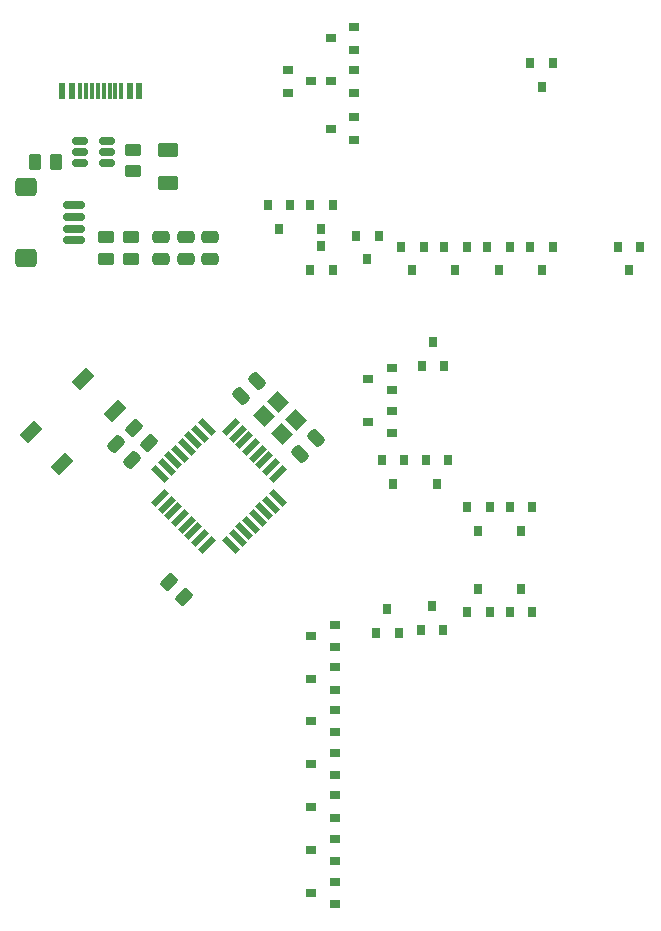
<source format=gbr>
G04 #@! TF.GenerationSoftware,KiCad,Pcbnew,(6.0.4)*
G04 #@! TF.CreationDate,2022-03-30T13:56:43+02:00*
G04 #@! TF.ProjectId,pcb,7063622e-6b69-4636-9164-5f7063625858,rev?*
G04 #@! TF.SameCoordinates,Original*
G04 #@! TF.FileFunction,Paste,Bot*
G04 #@! TF.FilePolarity,Positive*
%FSLAX46Y46*%
G04 Gerber Fmt 4.6, Leading zero omitted, Abs format (unit mm)*
G04 Created by KiCad (PCBNEW (6.0.4)) date 2022-03-30 13:56:43*
%MOMM*%
%LPD*%
G01*
G04 APERTURE LIST*
G04 Aperture macros list*
%AMRoundRect*
0 Rectangle with rounded corners*
0 $1 Rounding radius*
0 $2 $3 $4 $5 $6 $7 $8 $9 X,Y pos of 4 corners*
0 Add a 4 corners polygon primitive as box body*
4,1,4,$2,$3,$4,$5,$6,$7,$8,$9,$2,$3,0*
0 Add four circle primitives for the rounded corners*
1,1,$1+$1,$2,$3*
1,1,$1+$1,$4,$5*
1,1,$1+$1,$6,$7*
1,1,$1+$1,$8,$9*
0 Add four rect primitives between the rounded corners*
20,1,$1+$1,$2,$3,$4,$5,0*
20,1,$1+$1,$4,$5,$6,$7,0*
20,1,$1+$1,$6,$7,$8,$9,0*
20,1,$1+$1,$8,$9,$2,$3,0*%
%AMRotRect*
0 Rectangle, with rotation*
0 The origin of the aperture is its center*
0 $1 length*
0 $2 width*
0 $3 Rotation angle, in degrees counterclockwise*
0 Add horizontal line*
21,1,$1,$2,0,0,$3*%
G04 Aperture macros list end*
%ADD10R,0.800000X0.900000*%
%ADD11R,0.900000X0.800000*%
%ADD12RoundRect,0.250000X0.475000X-0.250000X0.475000X0.250000X-0.475000X0.250000X-0.475000X-0.250000X0*%
%ADD13RoundRect,0.250000X0.159099X-0.512652X0.512652X-0.159099X-0.159099X0.512652X-0.512652X0.159099X0*%
%ADD14RoundRect,0.250000X0.503814X0.132583X0.132583X0.503814X-0.503814X-0.132583X-0.132583X-0.503814X0*%
%ADD15RoundRect,0.250000X0.262500X0.450000X-0.262500X0.450000X-0.262500X-0.450000X0.262500X-0.450000X0*%
%ADD16RoundRect,0.250000X-0.450000X0.262500X-0.450000X-0.262500X0.450000X-0.262500X0.450000X0.262500X0*%
%ADD17RoundRect,0.250000X0.512652X0.159099X0.159099X0.512652X-0.512652X-0.159099X-0.159099X-0.512652X0*%
%ADD18RotRect,1.600000X0.550000X225.000000*%
%ADD19RotRect,1.600000X0.550000X135.000000*%
%ADD20RotRect,1.400000X1.200000X315.000000*%
%ADD21RoundRect,0.150000X0.775000X-0.150000X0.775000X0.150000X-0.775000X0.150000X-0.775000X-0.150000X0*%
%ADD22RoundRect,0.332800X0.567200X-0.467200X0.567200X0.467200X-0.567200X0.467200X-0.567200X-0.467200X0*%
%ADD23RoundRect,0.150000X0.512500X0.150000X-0.512500X0.150000X-0.512500X-0.150000X0.512500X-0.150000X0*%
%ADD24RoundRect,0.250000X-0.625000X0.375000X-0.625000X-0.375000X0.625000X-0.375000X0.625000X0.375000X0*%
%ADD25R,0.600000X1.450000*%
%ADD26R,0.300000X1.450000*%
%ADD27RotRect,1.700000X1.000000X225.000000*%
%ADD28RoundRect,0.250000X-0.159099X0.512652X-0.512652X0.159099X0.159099X-0.512652X0.512652X-0.159099X0*%
G04 APERTURE END LIST*
D10*
X47550000Y-52650000D03*
X45650000Y-52650000D03*
X46600000Y-50650000D03*
D11*
X38400000Y-55850000D03*
X38400000Y-57750000D03*
X36400000Y-56800000D03*
D10*
X43800000Y-52950000D03*
X41900000Y-52950000D03*
X42850000Y-50950000D03*
D12*
X23650000Y-21300000D03*
X23650000Y-19400000D03*
D10*
X51300000Y-20250000D03*
X53200000Y-20250000D03*
X52250000Y-22250000D03*
D13*
X30428249Y-32921751D03*
X31771751Y-31578249D03*
D10*
X36300000Y-16700000D03*
X38200000Y-16700000D03*
X37250000Y-18700000D03*
D14*
X22645235Y-36845235D03*
X21354765Y-35554765D03*
D10*
X32700000Y-16700000D03*
X34600000Y-16700000D03*
X33650000Y-18700000D03*
D11*
X40050000Y-9300000D03*
X40050000Y-11200000D03*
X38050000Y-10250000D03*
X38400000Y-52250000D03*
X38400000Y-54150000D03*
X36400000Y-53200000D03*
D10*
X46100000Y-38300000D03*
X48000000Y-38300000D03*
X47050000Y-40300000D03*
X53200000Y-42300000D03*
X55100000Y-42300000D03*
X54150000Y-44300000D03*
D15*
X14812500Y-13050000D03*
X12987500Y-13050000D03*
D16*
X19000000Y-19437500D03*
X19000000Y-21262500D03*
D11*
X40050000Y-5300000D03*
X40050000Y-7200000D03*
X38050000Y-6250000D03*
D17*
X21221751Y-38321751D03*
X19878249Y-36978249D03*
D18*
X29600305Y-35496147D03*
X30165990Y-36061833D03*
X30731676Y-36627518D03*
X31297361Y-37193203D03*
X31863047Y-37758889D03*
X32428732Y-38324574D03*
X32994417Y-38890260D03*
X33560103Y-39455945D03*
D19*
X33560103Y-41506555D03*
X32994417Y-42072240D03*
X32428732Y-42637926D03*
X31863047Y-43203611D03*
X31297361Y-43769297D03*
X30731676Y-44334982D03*
X30165990Y-44900667D03*
X29600305Y-45466353D03*
D18*
X27549695Y-45466353D03*
X26984010Y-44900667D03*
X26418324Y-44334982D03*
X25852639Y-43769297D03*
X25286953Y-43203611D03*
X24721268Y-42637926D03*
X24155583Y-42072240D03*
X23589897Y-41506555D03*
D19*
X23589897Y-39455945D03*
X24155583Y-38890260D03*
X24721268Y-38324574D03*
X25286953Y-37758889D03*
X25852639Y-37193203D03*
X26418324Y-36627518D03*
X26984010Y-36061833D03*
X27549695Y-35496147D03*
D20*
X33573223Y-33371142D03*
X35128858Y-34926777D03*
X33926777Y-36128858D03*
X32371142Y-34573223D03*
D12*
X27850000Y-21300000D03*
X27850000Y-19400000D03*
D21*
X16300000Y-19700000D03*
X16300000Y-18700000D03*
X16300000Y-17700000D03*
X16300000Y-16700000D03*
D22*
X12275000Y-21200000D03*
X12275000Y-15200000D03*
D14*
X25645235Y-49895235D03*
X24354765Y-48604765D03*
D10*
X47650000Y-20250000D03*
X49550000Y-20250000D03*
X48600000Y-22250000D03*
D11*
X43200000Y-34150000D03*
X43200000Y-36050000D03*
X41200000Y-35100000D03*
D10*
X51500000Y-51200000D03*
X49600000Y-51200000D03*
X50550000Y-49200000D03*
D11*
X38400000Y-70350000D03*
X38400000Y-72250000D03*
X36400000Y-71300000D03*
X43200000Y-30500000D03*
X43200000Y-32400000D03*
X41200000Y-31450000D03*
D12*
X25750000Y-21300000D03*
X25750000Y-19400000D03*
D10*
X54950000Y-4700000D03*
X56850000Y-4700000D03*
X55900000Y-6700000D03*
X38200000Y-22200000D03*
X36300000Y-22200000D03*
X37250000Y-20200000D03*
D16*
X21300000Y-12037500D03*
X21300000Y-13862500D03*
D23*
X19112980Y-11266500D03*
X19112980Y-12216500D03*
X19112980Y-13166500D03*
X16837980Y-13166500D03*
X16837980Y-12216500D03*
X16837980Y-11266500D03*
D16*
X21100000Y-19437500D03*
X21100000Y-21262500D03*
D24*
X24250000Y-12050000D03*
X24250000Y-14850000D03*
D10*
X49600000Y-42300000D03*
X51500000Y-42300000D03*
X50550000Y-44300000D03*
D11*
X38400000Y-66700000D03*
X38400000Y-68600000D03*
X36400000Y-67650000D03*
X38400000Y-74000000D03*
X38400000Y-75900000D03*
X36400000Y-74950000D03*
D10*
X44000000Y-20250000D03*
X45900000Y-20250000D03*
X44950000Y-22250000D03*
D11*
X38400000Y-63100000D03*
X38400000Y-65000000D03*
X36400000Y-64050000D03*
X40050000Y-1650000D03*
X40050000Y-3550000D03*
X38050000Y-2600000D03*
X38400000Y-59450000D03*
X38400000Y-61350000D03*
X36400000Y-60400000D03*
D10*
X40200000Y-19300000D03*
X42100000Y-19300000D03*
X41150000Y-21300000D03*
D25*
X15315000Y-7080000D03*
X16115000Y-7080000D03*
D26*
X17315000Y-7080000D03*
X18315000Y-7080000D03*
X18815000Y-7080000D03*
X19815000Y-7080000D03*
D25*
X21015000Y-7080000D03*
X21815000Y-7080000D03*
X21815000Y-7080000D03*
X21015000Y-7080000D03*
D26*
X20315000Y-7080000D03*
X19315000Y-7080000D03*
X17815000Y-7080000D03*
X16815000Y-7080000D03*
D25*
X16115000Y-7080000D03*
X15315000Y-7080000D03*
D10*
X47650000Y-30350000D03*
X45750000Y-30350000D03*
X46700000Y-28350000D03*
D11*
X34400000Y-7200000D03*
X34400000Y-5300000D03*
X36400000Y-6250000D03*
D27*
X17083883Y-31479111D03*
X12629111Y-35933883D03*
X19770889Y-34166117D03*
X15316117Y-38620889D03*
D10*
X54950000Y-20250000D03*
X56850000Y-20250000D03*
X55900000Y-22250000D03*
D28*
X36821751Y-36478249D03*
X35478249Y-37821751D03*
D10*
X42350000Y-38300000D03*
X44250000Y-38300000D03*
X43300000Y-40300000D03*
X55100000Y-51200000D03*
X53200000Y-51200000D03*
X54150000Y-49200000D03*
X62350000Y-20250000D03*
X64250000Y-20250000D03*
X63300000Y-22250000D03*
M02*

</source>
